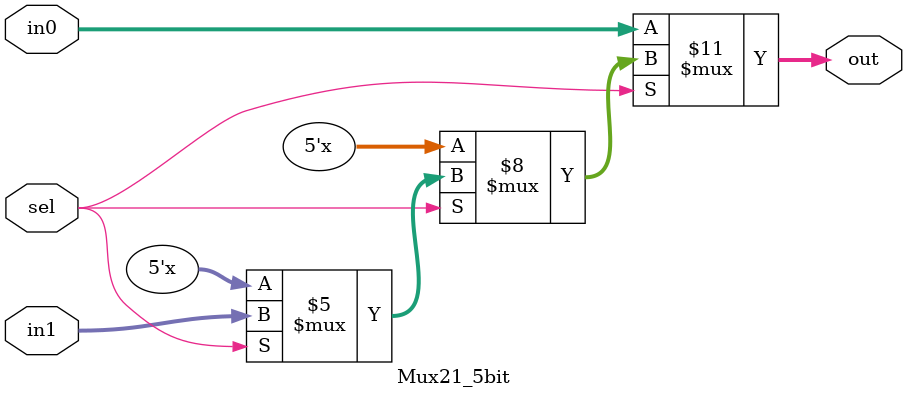
<source format=v>
`timescale 1ns / 1ps
module Mux21_5bit(out, in0, in1, sel);

input [4:0] in0, in1;
input sel;
output reg [4:0] out;

always @(in0 or in1 or sel) begin
	if (sel == 1'b0)
		out = in0;
	else if (sel == 1'b1)
		out = in1;
end

endmodule

</source>
